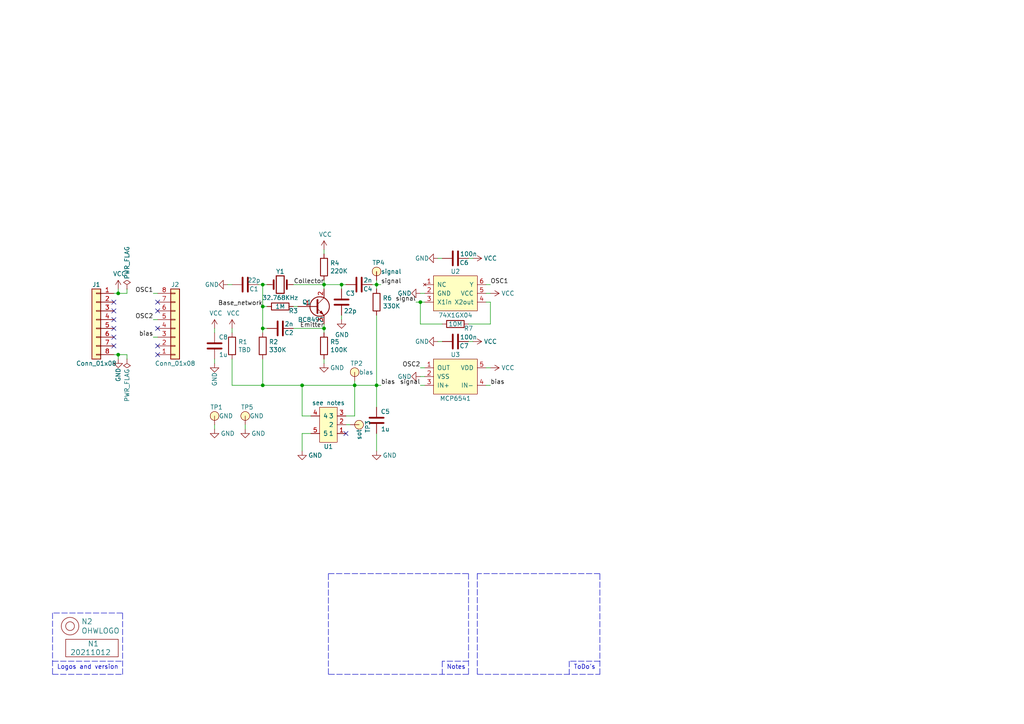
<source format=kicad_sch>
(kicad_sch (version 20230121) (generator eeschema)
  (paper "A4")
  (lib_symbols
    (symbol "Connector_Generic:Conn_01x08" (pin_names (offset 1.016) hide)
      (property "Reference" "J" (at 0 10.16 0))
      (property "Value" "Conn_01x08" (at 0 -12.7 0))
      (symbol "Conn_01x08_1_1"
        (rectangle (start -1.27 -10.033) (end 0 -10.287) (stroke (width 0.1524)))
        (rectangle (start -1.27 -7.493) (end 0 -7.747) (stroke (width 0.1524)))
        (rectangle (start -1.27 -4.953) (end 0 -5.207) (stroke (width 0.1524)))
        (rectangle (start -1.27 -2.413) (end 0 -2.667) (stroke (width 0.1524)))
        (rectangle (start -1.27 0.127) (end 0 -0.127) (stroke (width 0.1524)))
        (rectangle (start -1.27 2.667) (end 0 2.413) (stroke (width 0.1524)))
        (rectangle (start -1.27 5.207) (end 0 4.953) (stroke (width 0.1524)))
        (rectangle (start -1.27 7.747) (end 0 7.493) (stroke (width 0.1524)))
        (rectangle (start -1.27 8.89) (end 1.27 -11.43) (stroke (width 0.254)) (fill (type background)))
        (pin passive line (at -5.08 7.62 0) (length 3.81) (name "Pin_1") (number "1"))
        (pin passive line (at -5.08 5.08 0) (length 3.81) (name "Pin_2") (number "2"))
        (pin passive line (at -5.08 2.54 0) (length 3.81) (name "Pin_3") (number "3"))
        (pin passive line (at -5.08 0 0) (length 3.81) (name "Pin_4") (number "4"))
        (pin passive line (at -5.08 -2.54 0) (length 3.81) (name "Pin_5") (number "5"))
        (pin passive line (at -5.08 -5.08 0) (length 3.81) (name "Pin_6") (number "6"))
        (pin passive line (at -5.08 -7.62 0) (length 3.81) (name "Pin_7") (number "7"))
        (pin passive line (at -5.08 -10.16 0) (length 3.81) (name "Pin_8") (number "8"))
      )
    )
    (symbol "Device:C" (pin_numbers hide) (pin_names (offset 0.254))
      (property "Reference" "C" (at 0.635 2.54 0))
      (property "Value" "C" (at 0.635 -2.54 0))
      (symbol "C_0_1"
        (polyline (pts (xy -2.032 -0.762) (xy 2.032 -0.762)) (stroke (width 0.508)))
        (polyline (pts (xy -2.032 0.762) (xy 2.032 0.762)) (stroke (width 0.508)))
      )
      (symbol "C_1_1"
        (pin passive line (at 0 3.81 270) (length 2.794) (name "~") (number "1"))
        (pin passive line (at 0 -3.81 90) (length 2.794) (name "~") (number "2"))
      )
    )
    (symbol "Device:Crystal" (pin_numbers hide) (pin_names (offset 1.016) hide)
      (property "Reference" "Y" (at 0 3.81 0))
      (property "Value" "Crystal" (at 0 -3.81 0))
      (symbol "Crystal_0_1"
        (rectangle (start -1.143 2.54) (end 1.143 -2.54) (stroke (width 0.3048)))
        (polyline (pts (xy -2.54 0) (xy -1.905 0)))
        (polyline (pts (xy -1.905 -1.27) (xy -1.905 1.27)) (stroke (width 0.508)))
        (polyline (pts (xy 1.905 -1.27) (xy 1.905 1.27)) (stroke (width 0.508)))
        (polyline (pts (xy 2.54 0) (xy 1.905 0)))
      )
      (symbol "Crystal_1_1"
        (pin passive line (at -3.81 0 0) (length 1.27) (name "1") (number "1"))
        (pin passive line (at 3.81 0 180) (length 1.27) (name "2") (number "2"))
      )
    )
    (symbol "Device:Q_NPN_BCE" (pin_names (offset 0) hide)
      (property "Reference" "Q" (at 5.08 1.27 0))
      (property "Value" "Q_NPN_BCE" (at 5.08 -1.27 0))
      (symbol "Q_NPN_BCE_0_1"
        (polyline (pts (xy 0.635 0.635) (xy 2.54 2.54)))
        (polyline (pts (xy 0.635 -0.635) (xy 2.54 -2.54) (xy 2.54 -2.54)))
        (polyline (pts (xy 0.635 1.905) (xy 0.635 -1.905) (xy 0.635 -1.905)) (stroke (width 0.508)))
        (polyline (pts (xy 1.27 -1.778) (xy 1.778 -1.27) (xy 2.286 -2.286) (xy 1.27 -1.778) (xy 1.27 -1.778)) (fill (type outline)))
        (circle (center 1.27 0) (radius 2.8194) (stroke (width 0.254)))
      )
      (symbol "Q_NPN_BCE_1_1"
        (pin input line (at -5.08 0 0) (length 5.715) (name "B") (number "1"))
        (pin passive line (at 2.54 5.08 270) (length 2.54) (name "C") (number "2"))
        (pin passive line (at 2.54 -5.08 90) (length 2.54) (name "E") (number "3"))
      )
    )
    (symbol "Device:R" (pin_numbers hide) (pin_names (offset 0))
      (property "Reference" "R" (at 2.032 0 90))
      (property "Value" "R" (at 0 0 90))
      (symbol "R_0_1"
        (rectangle (start -1.016 -2.54) (end 1.016 2.54) (stroke (width 0.254)))
      )
      (symbol "R_1_1"
        (pin passive line (at 0 3.81 270) (length 1.27) (name "~") (number "1"))
        (pin passive line (at 0 -3.81 90) (length 1.27) (name "~") (number "2"))
      )
    )
    (symbol "SquantorLabels:OHWLOGO" (pin_names (offset 1.016))
      (property "Reference" "N" (at 0 3.81 0))
      (property "Value" "OHWLOGO" (at 0 -3.81 0))
      (symbol "OHWLOGO_0_1"
        (circle (center 0 0) (radius 1.27))
        (circle (center 0 0) (radius 2.54))
      )
    )
    (symbol "SquantorLabels:VYYYYMMDD" (pin_names (offset 1.016))
      (property "Reference" "N" (at 0 2.54 0))
      (property "Value" "VYYYYMMDD" (at 0 0 0))
      (symbol "VYYYYMMDD_0_1"
        (rectangle (start 7.62 -1.27) (end -7.62 3.81))
      )
    )
    (symbol "SquantorLogic:74X1GX04" (pin_names (offset 1.016))
      (property "Reference" "U" (at 0 6.35 0))
      (property "Value" "74X1GX04" (at 0 -6.35 0))
      (symbol "74X1GX04_0_1"
        (rectangle (start -6.35 5.08) (end 6.35 -5.08) (fill (type background)))
      )
      (symbol "74X1GX04_1_1"
        (pin no_connect line (at -8.89 2.54 0) (length 2.54) (name "NC") (number "1"))
        (pin power_in line (at -8.89 0 0) (length 2.54) (name "GND") (number "2"))
        (pin input line (at -8.89 -2.54 0) (length 2.54) (name "X1in") (number "3"))
        (pin output line (at 8.89 -2.54 180) (length 2.54) (name "X2out") (number "4"))
        (pin power_in line (at 8.89 0 180) (length 2.54) (name "VCC") (number "5"))
        (pin output line (at 8.89 2.54 180) (length 2.54) (name "Y") (number "6"))
      )
    )
    (symbol "SquantorMicrochip:MCP6541" (pin_names (offset 1.016))
      (property "Reference" "U" (at 0 6.35 0))
      (property "Value" "MCP6541" (at 0 -6.35 0))
      (symbol "MCP6541_0_1"
        (rectangle (start -6.35 5.08) (end 6.35 -5.08) (fill (type background)))
      )
      (symbol "MCP6541_1_1"
        (pin output line (at -8.89 2.54 0) (length 2.54) (name "OUT") (number "1"))
        (pin power_in line (at -8.89 0 0) (length 2.54) (name "VSS") (number "2"))
        (pin input line (at -8.89 -2.54 0) (length 2.54) (name "IN+") (number "3"))
        (pin input line (at 8.89 -2.54 180) (length 2.54) (name "IN-") (number "4"))
        (pin power_in line (at 8.89 2.54 180) (length 2.54) (name "VDD") (number "5"))
      )
    )
    (symbol "SquantorProto:testpad" (pin_numbers hide) (pin_names (offset 1.016) hide)
      (property "Reference" "TP" (at 0 2.54 0))
      (property "Value" "testpad" (at 0 -2.54 0))
      (symbol "testpad_0_1"
        (circle (center 0 0) (radius 1.27) (fill (type background)))
      )
      (symbol "testpad_1_1"
        (pin passive line (at -2.54 0 0) (length 2.54) (name "1") (number "1"))
      )
    )
    (symbol "SquantorSpecial:generic_5pin_sot" (pin_names (offset 1.016))
      (property "Reference" "U" (at 0 6.35 0))
      (property "Value" "generic_5pin_sot" (at 0 -6.35 0))
      (symbol "generic_5pin_sot_0_1"
        (rectangle (start -2.54 5.08) (end 2.54 -5.08) (fill (type background)))
      )
      (symbol "generic_5pin_sot_1_1"
        (pin passive line (at -5.08 2.54 0) (length 2.54) (name "1") (number "1"))
        (pin passive line (at -5.08 0 0) (length 2.54) (name "2") (number "2"))
        (pin passive line (at -5.08 -2.54 0) (length 2.54) (name "3") (number "3"))
        (pin passive line (at 5.08 -2.54 180) (length 2.54) (name "4") (number "4"))
        (pin passive line (at 5.08 2.54 180) (length 2.54) (name "5") (number "5"))
      )
    )
    (symbol "power:GND" (power) (pin_names (offset 0))
      (property "Value" "GND" (at 0 -3.81 0))
      (symbol "GND_0_1"
        (polyline (pts (xy 0 0) (xy 0 -1.27) (xy 1.27 -1.27) (xy 0 -2.54) (xy -1.27 -1.27) (xy 0 -1.27)))
      )
      (symbol "GND_1_1"
        (pin power_in line (at 0 0 270) (length 0) hide (name "GND") (number "1"))
      )
    )
    (symbol "power:PWR_FLAG" (power) (pin_numbers hide) (pin_names (offset 0) hide)
      (property "Value" "PWR_FLAG" (at 0 3.81 0))
      (symbol "PWR_FLAG_0_0"
        (pin power_out line (at 0 0 90) (length 0) (name "pwr") (number "1"))
      )
      (symbol "PWR_FLAG_0_1"
        (polyline (pts (xy 0 0) (xy 0 1.27) (xy -1.016 1.905) (xy 0 2.54) (xy 1.016 1.905) (xy 0 1.27)))
      )
    )
    (symbol "power:VCC" (power) (pin_names (offset 0))
      (property "Value" "VCC" (at 0 3.81 0))
      (symbol "VCC_0_1"
        (polyline (pts (xy -0.762 1.27) (xy 0 2.54)))
        (polyline (pts (xy 0 0) (xy 0 2.54)))
        (polyline (pts (xy 0 2.54) (xy 0.762 1.27)))
      )
      (symbol "VCC_1_1"
        (pin power_in line (at 0 0 90) (length 0) hide (name "VCC") (number "1"))
      )
    )
  )
  (junction (at 109.22 82.55))
  (junction (at 34.29 102.87))
  (junction (at 109.22 111.76))
  (junction (at 76.2 111.76))
  (junction (at 76.2 82.55))
  (junction (at 93.98 82.55))
  (junction (at 76.2 95.25))
  (junction (at 102.87 111.76))
  (junction (at 93.98 95.25))
  (junction (at 87.63 111.76))
  (junction (at 34.29 85.09))
  (junction (at 99.06 82.55))
  (junction (at 76.2 88.9))
  (junction (at 121.92 87.63))
  (no_connect (at 33.02 87.63))
  (no_connect (at 33.02 100.33))
  (no_connect (at 33.02 92.71))
  (no_connect (at 45.72 95.25))
  (no_connect (at 45.72 102.87))
  (no_connect (at 45.72 100.33))
  (no_connect (at 33.02 95.25))
  (no_connect (at 100.33 125.73))
  (no_connect (at 45.72 87.63))
  (no_connect (at 33.02 90.17))
  (no_connect (at 45.72 90.17))
  (no_connect (at 33.02 97.79))
  (wire (pts (xy 62.23 105.41) (xy 62.23 104.14)))
  (polyline (pts (xy 15.24 177.8) (xy 15.24 195.58)) (stroke (width 0) (type dash)))
  (wire (pts (xy 102.87 111.76) (xy 109.22 111.76)))
  (wire (pts (xy 109.22 82.55) (xy 107.95 82.55)))
  (wire (pts (xy 34.29 85.09) (xy 33.02 85.09)))
  (wire (pts (xy 44.45 85.09) (xy 45.72 85.09)))
  (wire (pts (xy 121.92 93.98) (xy 121.92 87.63)))
  (polyline (pts (xy 35.56 177.8) (xy 15.24 177.8)) (stroke (width 0) (type dash)))
  (wire (pts (xy 87.63 111.76) (xy 102.87 111.76)))
  (wire (pts (xy 77.47 88.9) (xy 76.2 88.9)))
  (polyline (pts (xy 135.89 166.37) (xy 135.89 195.58)) (stroke (width 0) (type dash)))
  (wire (pts (xy 93.98 81.28) (xy 93.98 82.55)))
  (wire (pts (xy 76.2 82.55) (xy 74.93 82.55)))
  (wire (pts (xy 142.24 82.55) (xy 140.97 82.55)))
  (polyline (pts (xy 15.24 195.58) (xy 35.56 195.58)) (stroke (width 0) (type dash)))
  (wire (pts (xy 67.31 104.14) (xy 67.31 111.76)))
  (polyline (pts (xy 95.25 166.37) (xy 135.89 166.37)) (stroke (width 0) (type dash)))
  (polyline (pts (xy 138.43 166.37) (xy 138.43 195.58)) (stroke (width 0) (type dash)))
  (wire (pts (xy 36.83 102.87) (xy 36.83 104.14)))
  (polyline (pts (xy 128.27 191.77) (xy 128.27 195.58)) (stroke (width 0) (type dash)))
  (wire (pts (xy 66.04 82.55) (xy 67.31 82.55)))
  (polyline (pts (xy 173.99 195.58) (xy 173.99 166.37)) (stroke (width 0) (type dash)))
  (wire (pts (xy 142.24 87.63) (xy 140.97 87.63)))
  (wire (pts (xy 62.23 124.46) (xy 62.23 123.19)))
  (wire (pts (xy 142.24 106.68) (xy 140.97 106.68)))
  (wire (pts (xy 93.98 104.14) (xy 93.98 105.41)))
  (wire (pts (xy 67.31 95.25) (xy 67.31 96.52)))
  (polyline (pts (xy 138.43 195.58) (xy 173.99 195.58)) (stroke (width 0) (type dash)))
  (wire (pts (xy 34.29 102.87) (xy 36.83 102.87)))
  (wire (pts (xy 76.2 104.14) (xy 76.2 111.76)))
  (wire (pts (xy 76.2 96.52) (xy 76.2 95.25)))
  (wire (pts (xy 99.06 91.44) (xy 99.06 92.71)))
  (wire (pts (xy 87.63 120.65) (xy 87.63 111.76)))
  (wire (pts (xy 140.97 111.76) (xy 142.24 111.76)))
  (polyline (pts (xy 165.1 191.77) (xy 165.1 195.58)) (stroke (width 0) (type dash)))
  (wire (pts (xy 100.33 120.65) (xy 102.87 120.65)))
  (wire (pts (xy 121.92 87.63) (xy 123.19 87.63)))
  (wire (pts (xy 100.33 82.55) (xy 99.06 82.55)))
  (wire (pts (xy 142.24 93.98) (xy 142.24 87.63)))
  (wire (pts (xy 121.92 87.63) (xy 120.65 87.63)))
  (wire (pts (xy 76.2 111.76) (xy 87.63 111.76)))
  (wire (pts (xy 109.22 118.11) (xy 109.22 111.76)))
  (wire (pts (xy 142.24 85.09) (xy 140.97 85.09)))
  (wire (pts (xy 128.27 74.93) (xy 127 74.93)))
  (polyline (pts (xy 95.25 195.58) (xy 95.25 166.37)) (stroke (width 0) (type dash)))
  (wire (pts (xy 93.98 96.52) (xy 93.98 95.25)))
  (wire (pts (xy 135.89 99.06) (xy 137.16 99.06)))
  (wire (pts (xy 101.6 123.19) (xy 100.33 123.19)))
  (wire (pts (xy 109.22 81.28) (xy 109.22 82.55)))
  (wire (pts (xy 109.22 111.76) (xy 109.22 91.44)))
  (polyline (pts (xy 35.56 195.58) (xy 35.56 177.8)) (stroke (width 0) (type dash)))
  (wire (pts (xy 109.22 83.82) (xy 109.22 82.55)))
  (wire (pts (xy 102.87 110.49) (xy 102.87 111.76)))
  (wire (pts (xy 87.63 130.81) (xy 87.63 125.73)))
  (wire (pts (xy 67.31 111.76) (xy 76.2 111.76)))
  (polyline (pts (xy 173.99 191.77) (xy 165.1 191.77)) (stroke (width 0) (type dash)))
  (polyline (pts (xy 135.89 191.77) (xy 128.27 191.77)) (stroke (width 0) (type dash)))
  (polyline (pts (xy 173.99 166.37) (xy 138.43 166.37)) (stroke (width 0) (type dash)))
  (wire (pts (xy 93.98 82.55) (xy 93.98 83.82)))
  (wire (pts (xy 34.29 104.14) (xy 34.29 102.87)))
  (wire (pts (xy 76.2 82.55) (xy 77.47 82.55)))
  (wire (pts (xy 34.29 102.87) (xy 33.02 102.87)))
  (wire (pts (xy 121.92 106.68) (xy 123.19 106.68)))
  (polyline (pts (xy 135.89 195.58) (xy 95.25 195.58)) (stroke (width 0) (type dash)))
  (wire (pts (xy 76.2 95.25) (xy 76.2 88.9)))
  (wire (pts (xy 135.89 93.98) (xy 142.24 93.98)))
  (wire (pts (xy 109.22 82.55) (xy 110.49 82.55)))
  (wire (pts (xy 87.63 125.73) (xy 90.17 125.73)))
  (wire (pts (xy 85.09 95.25) (xy 93.98 95.25)))
  (wire (pts (xy 123.19 109.22) (xy 121.92 109.22)))
  (wire (pts (xy 109.22 111.76) (xy 110.49 111.76)))
  (wire (pts (xy 123.19 85.09) (xy 121.92 85.09)))
  (wire (pts (xy 128.27 99.06) (xy 127 99.06)))
  (wire (pts (xy 44.45 92.71) (xy 45.72 92.71)))
  (wire (pts (xy 86.36 88.9) (xy 85.09 88.9)))
  (wire (pts (xy 71.12 124.46) (xy 71.12 123.19)))
  (wire (pts (xy 36.83 85.09) (xy 36.83 83.82)))
  (wire (pts (xy 62.23 95.25) (xy 62.23 96.52)))
  (wire (pts (xy 99.06 83.82) (xy 99.06 82.55)))
  (wire (pts (xy 102.87 120.65) (xy 102.87 111.76)))
  (wire (pts (xy 76.2 88.9) (xy 76.2 82.55)))
  (wire (pts (xy 121.92 111.76) (xy 123.19 111.76)))
  (polyline (pts (xy 15.24 191.77) (xy 35.56 191.77)) (stroke (width 0) (type dash)))
  (wire (pts (xy 109.22 130.81) (xy 109.22 125.73)))
  (wire (pts (xy 93.98 82.55) (xy 99.06 82.55)))
  (wire (pts (xy 34.29 83.82) (xy 34.29 85.09)))
  (wire (pts (xy 85.09 82.55) (xy 93.98 82.55)))
  (wire (pts (xy 87.63 120.65) (xy 90.17 120.65)))
  (wire (pts (xy 77.47 95.25) (xy 76.2 95.25)))
  (wire (pts (xy 45.72 97.79) (xy 44.45 97.79)))
  (wire (pts (xy 128.27 93.98) (xy 121.92 93.98)))
  (wire (pts (xy 135.89 74.93) (xy 137.16 74.93)))
  (wire (pts (xy 34.29 85.09) (xy 36.83 85.09)))
  (wire (pts (xy 93.98 72.39) (xy 93.98 73.66)))
  (wire (pts (xy 93.98 95.25) (xy 93.98 93.98)))
  (text "Notes" (at 129.54 194.31 0) (effects (font (size 1.27 1.27)) (justify left bottom)))
  (text "Logos and version" (at 16.51 194.31 0) (effects (font (size 1.27 1.27)) (justify left bottom)))
  (text "ToDo's" (at 166.37 194.31 0) (effects (font (size 1.27 1.27)) (justify left bottom)))
  (label "bias" (at 142.24 111.76 0))
  (label "OSC1" (at 142.24 82.55 0))
  (label "Collector" (at 93.98 82.55 180))
  (label "OSC1" (at 44.45 85.09 180))
  (label "OSC2" (at 121.92 106.68 180))
  (label "signal" (at 121.92 111.76 180))
  (label "Emitter" (at 93.98 95.25 180))
  (label "bias" (at 110.49 111.76 0))
  (label "signal" (at 120.65 87.63 180))
  (label "bias" (at 44.45 97.79 180))
  (label "OSC2" (at 44.45 92.71 180))
  (label "Base_network" (at 76.2 88.9 180))
  (label "signal" (at 110.49 82.55 0))
  (symbol (lib_id "SquantorLabels:VYYYYMMDD") (at 26.67 189.23 0) (unit 1)
    (property "Reference" "N1" (at 25.4 186.69 0) (effects (font (size 1.524 1.524)) (justify left)))
    (property "Value" "20211012" (at 20.32 189.23 0) (effects (font (size 1.524 1.524)) (justify left)))
    (property "Footprint" "SquantorLabels:Label_Generic" (effects hide))
  )
  (symbol (lib_id "SquantorLabels:OHWLOGO") (at 20.32 181.61 0) (unit 1)
    (property "Reference" "N2" (at 23.5712 180.2638 0) (effects (font (size 1.524 1.524)) (justify left)))
    (property "Value" "OHWLOGO" (at 23.5712 182.9562 0) (effects (font (size 1.524 1.524)) (justify left)))
    (property "Footprint" "Symbol:OSHW-Symbol_6.7x6mm_SilkScreen" (effects hide))
  )
  (symbol (lib_id "Device:Q_NPN_BCE") (at 91.44 88.9 0) (unit 1)
    (property "Reference" "Q1" (at 87.63 87.63 0) (effects (justify left)))
    (property "Value" "BC849C" (at 86.36 92.71 0) (effects (justify left)))
    (property "Footprint" "SquantorIC:SOT_universal" (effects hide))
  )
  (symbol (lib_id "Device:R") (at 81.28 88.9 270) (unit 1)
    (property "Reference" "R3" (at 85.09 90.17 90))
    (property "Value" "1M" (at 81.28 88.9 90))
    (property "Footprint" "SquantorResistor:R_0402_hand" (effects hide))
  )
  (symbol (lib_id "Device:C") (at 81.28 95.25 270) (unit 1)
    (property "Reference" "C2" (at 83.82 96.52 90))
    (property "Value" "2n" (at 83.82 93.98 90))
    (property "Footprint" "SquantorCapacitor:C_0402" (effects hide))
  )
  (symbol (lib_id "Device:R") (at 93.98 100.33 180) (unit 1)
    (property "Reference" "R5" (at 95.758 99.1616 0) (effects (justify right)))
    (property "Value" "100K" (at 95.758 101.473 0) (effects (justify right)))
    (property "Footprint" "SquantorResistor:R_0402_hand" (effects hide))
  )
  (symbol (lib_id "Device:R") (at 76.2 100.33 180) (unit 1)
    (property "Reference" "R2" (at 77.978 99.1616 0) (effects (justify right)))
    (property "Value" "330K" (at 77.978 101.473 0) (effects (justify right)))
    (property "Footprint" "SquantorResistor:R_0402_hand" (effects hide))
  )
  (symbol (lib_id "Device:C") (at 71.12 82.55 270) (unit 1)
    (property "Reference" "C1" (at 73.66 83.82 90))
    (property "Value" "22p" (at 73.66 81.28 90))
    (property "Footprint" "SquantorCapacitor:C_0402" (effects hide))
  )
  (symbol (lib_id "power:GND") (at 121.92 109.22 270) (unit 1)
    (property "Reference" "#PWR010" (effects hide))
    (property "Value" "GND" (at 119.38 109.22 90) (effects (justify right)))
  )
  (symbol (lib_id "power:GND") (at 93.98 105.41 0) (unit 1)
    (property "Reference" "#PWR06" (effects hide))
    (property "Value" "GND" (at 97.79 106.68 0))
  )
  (symbol (lib_id "Device:Crystal") (at 81.28 82.55 0) (unit 1)
    (property "Reference" "Y1" (at 81.28 78.74 0))
    (property "Value" "32.768KHz" (at 81.28 86.36 0))
    (property "Footprint" "SquantorCrystal:Crystal_3215_2" (effects hide))
  )
  (symbol (lib_id "Device:R") (at 93.98 77.47 180) (unit 1)
    (property "Reference" "R4" (at 95.758 76.3016 0) (effects (justify right)))
    (property "Value" "220K" (at 95.758 78.613 0) (effects (justify right)))
    (property "Footprint" "SquantorResistor:R_0402_hand" (effects hide))
  )
  (symbol (lib_id "Device:C") (at 99.06 87.63 180) (unit 1)
    (property "Reference" "C3" (at 101.6 85.09 0))
    (property "Value" "22p" (at 101.6 90.17 0))
    (property "Footprint" "SquantorCapacitor:C_0402" (effects hide))
  )
  (symbol (lib_id "power:GND") (at 99.06 92.71 0) (unit 1)
    (property "Reference" "#PWR07" (effects hide))
    (property "Value" "GND" (at 99.187 97.1042 0))
  )
  (symbol (lib_id "power:VCC") (at 93.98 72.39 0) (unit 1)
    (property "Reference" "#PWR05" (effects hide))
    (property "Value" "VCC" (at 94.361 67.9958 0))
  )
  (symbol (lib_id "Device:C") (at 104.14 82.55 270) (unit 1)
    (property "Reference" "C4" (at 106.68 83.82 90))
    (property "Value" "2n" (at 106.68 81.28 90))
    (property "Footprint" "SquantorCapacitor:C_0402" (effects hide))
  )
  (symbol (lib_id "Device:R") (at 109.22 87.63 180) (unit 1)
    (property "Reference" "R6" (at 110.998 86.4616 0) (effects (justify right)))
    (property "Value" "330K" (at 110.998 88.773 0) (effects (justify right)))
    (property "Footprint" "SquantorResistor:R_0402_hand" (effects hide))
  )
  (symbol (lib_id "Device:R") (at 67.31 100.33 180) (unit 1)
    (property "Reference" "R1" (at 69.088 99.1616 0) (effects (justify right)))
    (property "Value" "TBD" (at 69.088 101.473 0) (effects (justify right)))
    (property "Footprint" "SquantorRcl:R_0402_hand" (effects hide))
  )
  (symbol (lib_id "power:VCC") (at 67.31 95.25 0) (unit 1)
    (property "Reference" "#PWR02" (effects hide))
    (property "Value" "VCC" (at 67.691 90.8558 0))
  )
  (symbol (lib_id "SquantorLogic:74X1GX04") (at 132.08 85.09 0) (unit 1)
    (property "Reference" "U2" (at 132.08 78.74 0))
    (property "Value" "74X1GX04" (at 132.08 91.44 0))
    (property "Footprint" "SquantorIC:SOT363-NXP-hand" (effects hide))
  )
  (symbol (lib_id "SquantorMicrochip:MCP6541") (at 132.08 109.22 0) (unit 1)
    (property "Reference" "U3" (at 132.08 102.87 0))
    (property "Value" "MCP6541" (at 132.08 115.57 0))
    (property "Footprint" "SquantorIC:SOT23-5-Microchip-OT" (effects hide))
  )
  (symbol (lib_id "Device:R") (at 132.08 93.98 270) (unit 1)
    (property "Reference" "R7" (at 135.89 95.25 90))
    (property "Value" "10M" (at 132.08 93.98 90))
    (property "Footprint" "SquantorRcl:R_0402_hand" (effects hide))
  )
  (symbol (lib_id "power:VCC") (at 142.24 106.68 270) (unit 1)
    (property "Reference" "#PWR016" (effects hide))
    (property "Value" "VCC" (at 147.32 106.68 90))
  )
  (symbol (lib_id "power:GND") (at 121.92 85.09 270) (unit 1)
    (property "Reference" "#PWR09" (effects hide))
    (property "Value" "GND" (at 119.38 85.09 90) (effects (justify right)))
  )
  (symbol (lib_id "power:VCC") (at 142.24 85.09 270) (unit 1)
    (property "Reference" "#PWR015" (effects hide))
    (property "Value" "VCC" (at 147.32 85.09 90))
  )
  (symbol (lib_id "Device:C") (at 132.08 99.06 270) (unit 1)
    (property "Reference" "C7" (at 134.62 100.33 90))
    (property "Value" "100n" (at 135.89 97.79 90))
    (property "Footprint" "SquantorRcl:C_0402" (effects hide))
  )
  (symbol (lib_id "power:VCC") (at 137.16 99.06 270) (unit 1)
    (property "Reference" "#PWR014" (effects hide))
    (property "Value" "VCC" (at 142.24 99.06 90))
  )
  (symbol (lib_id "power:GND") (at 127 99.06 270) (unit 1)
    (property "Reference" "#PWR012" (effects hide))
    (property "Value" "GND" (at 124.46 99.06 90) (effects (justify right)))
  )
  (symbol (lib_id "Device:C") (at 132.08 74.93 270) (unit 1)
    (property "Reference" "C6" (at 134.62 76.2 90))
    (property "Value" "100n" (at 135.89 73.66 90))
    (property "Footprint" "SquantorRcl:C_0402" (effects hide))
  )
  (symbol (lib_id "power:VCC") (at 137.16 74.93 270) (unit 1)
    (property "Reference" "#PWR013" (effects hide))
    (property "Value" "VCC" (at 142.24 74.93 90))
  )
  (symbol (lib_id "power:GND") (at 127 74.93 270) (unit 1)
    (property "Reference" "#PWR011" (effects hide))
    (property "Value" "GND" (at 124.46 74.93 90) (effects (justify right)))
  )
  (symbol (lib_id "power:GND") (at 66.04 82.55 270) (unit 1)
    (property "Reference" "#PWR01" (effects hide))
    (property "Value" "GND" (at 63.5 82.55 90) (effects (justify right)))
  )
  (symbol (lib_id "power:GND") (at 87.63 130.81 0) (unit 1)
    (property "Reference" "#PWR04" (effects hide))
    (property "Value" "GND" (at 91.44 132.08 0))
  )
  (symbol (lib_id "Device:C") (at 109.22 121.92 180) (unit 1)
    (property "Reference" "C5" (at 111.76 119.38 0))
    (property "Value" "1u" (at 111.76 124.46 0))
    (property "Footprint" "SquantorCapacitor:C_0402" (effects hide))
  )
  (symbol (lib_id "power:GND") (at 109.22 130.81 0) (unit 1)
    (property "Reference" "#PWR08" (effects hide))
    (property "Value" "GND" (at 113.03 132.08 0))
  )
  (symbol (lib_id "Connector_Generic:Conn_01x08") (at 27.94 92.71 0) (mirror y) (unit 1)
    (property "Reference" "J1" (at 27.94 82.55 0))
    (property "Value" "Conn_01x08" (at 27.94 105.41 0))
    (property "Footprint" "SquantorConnectors:Header-0254-1X08-H008" (effects hide))
  )
  (symbol (lib_id "Connector_Generic:Conn_01x08") (at 50.8 95.25 0) (mirror x) (unit 1)
    (property "Reference" "J2" (at 50.8 82.55 0))
    (property "Value" "Conn_01x08" (at 50.8 105.41 0))
    (property "Footprint" "SquantorConnectors:Header-0254-1X08-H008" (effects hide))
  )
  (symbol (lib_id "power:GND") (at 34.29 104.14 0) (unit 1)
    (property "Reference" "#PWR018" (effects hide))
    (property "Value" "GND" (at 34.29 106.68 90) (effects (justify right)))
  )
  (symbol (lib_id "power:VCC") (at 34.29 83.82 0) (unit 1)
    (property "Reference" "#PWR017" (effects hide))
    (property "Value" "VCC" (at 34.671 79.4258 0))
  )
  (symbol (lib_id "power:PWR_FLAG") (at 36.83 104.14 180) (unit 1)
    (property "Reference" "#FLG0101" (effects hide))
    (property "Value" "PWR_FLAG" (at 36.83 111.76 90))
  )
  (symbol (lib_id "power:PWR_FLAG") (at 36.83 83.82 0) (unit 1)
    (property "Reference" "#FLG0102" (effects hide))
    (property "Value" "PWR_FLAG" (at 36.83 76.2 90))
  )
  (symbol (lib_id "SquantorProto:testpad") (at 71.12 120.65 90) (unit 1)
    (property "Reference" "TP5" (at 69.85 118.11 90) (effects (justify right)))
    (property "Value" "GND" (at 72.39 120.65 90) (effects (justify right)))
    (property "Footprint" "SquantorTestPoints:TestPoint_hole_H05R10" (effects hide))
  )
  (symbol (lib_id "power:GND") (at 71.12 124.46 0) (unit 1)
    (property "Reference" "#PWR03" (effects hide))
    (property "Value" "GND" (at 74.93 125.73 0))
  )
  (symbol (lib_id "SquantorProto:testpad") (at 109.22 78.74 90) (unit 1)
    (property "Reference" "TP4" (at 107.95 76.2 90) (effects (justify right)))
    (property "Value" "signal" (at 110.49 78.74 90) (effects (justify right)))
    (property "Footprint" "SquantorTestPoints:TestPoint_hole_H05R10" (effects hide))
  )
  (symbol (lib_id "SquantorProto:testpad") (at 102.87 107.95 90) (unit 1)
    (property "Reference" "TP2" (at 101.6 105.41 90) (effects (justify right)))
    (property "Value" "bias" (at 104.14 107.95 90) (effects (justify right)))
    (property "Footprint" "SquantorTestPoints:TestPoint_hole_H05R10" (effects hide))
  )
  (symbol (lib_id "SquantorProto:testpad") (at 62.23 120.65 90) (unit 1)
    (property "Reference" "TP1" (at 60.96 118.11 90) (effects (justify right)))
    (property "Value" "GND" (at 63.5 120.65 90) (effects (justify right)))
    (property "Footprint" "SquantorTestPoints:TestPoint_hole_H05R10" (effects hide))
  )
  (symbol (lib_id "power:GND") (at 62.23 124.46 0) (unit 1)
    (property "Reference" "#PWR0101" (effects hide))
    (property "Value" "GND" (at 66.04 125.73 0))
  )
  (symbol (lib_id "SquantorSpecial:generic_5pin_sot") (at 95.25 123.19 180) (unit 1)
    (property "Reference" "U1" (at 95.25 129.54 0))
    (property "Value" "see notes" (at 95.25 116.84 0))
    (property "Footprint" "SquantorIC:SOT23-5-Microchip-OT" (effects hide))
  )
  (symbol (lib_id "SquantorProto:testpad") (at 104.14 123.19 0) (unit 1)
    (property "Reference" "TP3" (at 106.68 121.92 90) (effects (justify right)))
    (property "Value" "sot" (at 104.14 124.46 90) (effects (justify right)))
    (property "Footprint" "SquantorTestPoints:TestPoint_hole_H05R10" (effects hide))
  )
  (symbol (lib_id "Device:C") (at 62.23 100.33 180) (unit 1)
    (property "Reference" "C8" (at 64.77 97.79 0))
    (property "Value" "1u" (at 64.77 102.87 0))
    (property "Footprint" "SquantorCapacitor:C_0402" (effects hide))
  )
  (symbol (lib_id "power:VCC") (at 62.23 95.25 0) (unit 1)
    (property "Reference" "#PWR019" (effects hide))
    (property "Value" "VCC" (at 62.611 90.8558 0))
  )
  (symbol (lib_id "power:GND") (at 62.23 105.41 0) (unit 1)
    (property "Reference" "#PWR020" (effects hide))
    (property "Value" "GND" (at 62.23 107.95 90) (effects (justify right)))
  )
)
</source>
